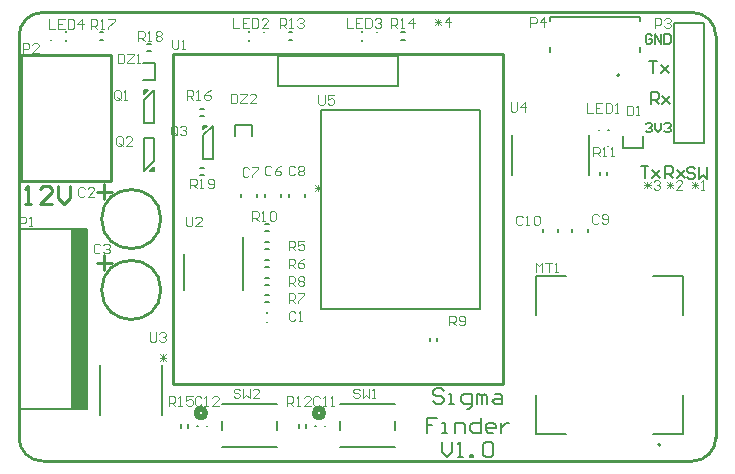
<source format=gto>
G04*
G04 #@! TF.GenerationSoftware,Altium Limited,Altium Designer,23.4.1 (23)*
G04*
G04 Layer_Color=65535*
%FSLAX44Y44*%
%MOMM*%
G71*
G04*
G04 #@! TF.SameCoordinates,B15F27E1-BD37-4E37-B4E4-94D8F929397A*
G04*
G04*
G04 #@! TF.FilePolarity,Positive*
G04*
G01*
G75*
%ADD10C,0.2540*%
%ADD11C,0.2000*%
%ADD12C,0.5080*%
%ADD13C,0.1524*%
%ADD14C,0.2032*%
%ADD15C,0.1270*%
%ADD16C,0.1500*%
%ADD17C,0.1200*%
%ADD18C,0.1800*%
%ADD19R,1.3970X15.2400*%
D10*
X590000Y360000D02*
G03*
X570000Y380000I-20000J0D01*
G01*
X570000Y0D02*
G03*
X590000Y20000I0J20000D01*
G01*
X0D02*
G03*
X20000Y0I20000J0D01*
G01*
Y380000D02*
G03*
X0Y360000I0J-20000D01*
G01*
X120000Y145000D02*
G03*
X120000Y145000I-25000J0D01*
G01*
Y205000D02*
G03*
X120000Y205000I-25000J0D01*
G01*
X20000Y380000D02*
X570000D01*
X0Y20000D02*
Y360000D01*
X20000Y0D02*
X570000D01*
X590000Y20000D02*
Y360000D01*
X65740Y167860D02*
X78490D01*
X72265Y161610D02*
Y174360D01*
X65740Y227860D02*
X78490D01*
X72265Y221610D02*
Y234360D01*
X320000Y345000D02*
X410000D01*
X130000Y65000D02*
X410000Y65000D01*
X130000Y65000D02*
Y345000D01*
Y345000D02*
X320000Y345000D01*
X410000Y65000D02*
Y345000D01*
X1900Y237060D02*
X78100D01*
Y343740D01*
X1900D02*
X78100D01*
X1900Y237060D02*
Y343740D01*
X5040Y217540D02*
X10118D01*
X7579D01*
Y232775D01*
X5040Y230236D01*
X27893Y217540D02*
X17736D01*
X27893Y227697D01*
Y230236D01*
X25353Y232775D01*
X20275D01*
X17736Y230236D01*
X32971Y232775D02*
Y222618D01*
X38049Y217540D01*
X43128Y222618D01*
Y232775D01*
D11*
X508500Y326750D02*
G03*
X508500Y326750I-1000J0D01*
G01*
X543000Y14000D02*
G03*
X543000Y14000I-1000J0D01*
G01*
X554300Y370800D02*
X579700D01*
X554300Y269200D02*
Y370800D01*
X579700Y269200D02*
Y370800D01*
X554300Y269200D02*
X579700D01*
X498000Y242000D02*
Y245000D01*
X492000Y242000D02*
Y245000D01*
X528500Y265000D02*
Y275000D01*
X511500Y265000D02*
X528500D01*
X511500D02*
Y275000D01*
X417499Y241992D02*
Y275799D01*
X482501Y241992D02*
Y275799D01*
X498750Y280000D02*
X499127Y279999D01*
X490873Y280001D02*
X491250Y280000D01*
X498311Y267250D02*
X498689Y267250D01*
X237000Y28500D02*
Y31500D01*
X243000Y28500D02*
Y31500D01*
X158750Y30000D02*
X159127Y29999D01*
X150873Y30001D02*
X151250Y30000D01*
X153500Y242000D02*
X156500D01*
X153500Y248000D02*
X156500D01*
X201750Y223750D02*
Y226250D01*
X188250Y223750D02*
Y226250D01*
X221750Y223750D02*
Y226250D01*
X208250Y223750D02*
Y226250D01*
X241750Y223750D02*
Y226250D01*
X228250Y223750D02*
Y226250D01*
X106000Y246000D02*
Y274000D01*
X114000D01*
Y254000D02*
Y274000D01*
X106000Y246000D02*
X114000Y254000D01*
Y246000D02*
Y249000D01*
X111000Y246000D02*
X114000Y249000D01*
X111000Y246000D02*
X114000D01*
X105000Y323000D02*
X115000D01*
Y337000D01*
X105000D02*
X115000D01*
X108500Y353000D02*
X111500D01*
X108500Y347000D02*
X111500D01*
X219200Y317300D02*
Y342700D01*
Y317300D02*
X320800D01*
X219200Y342700D02*
X320800D01*
Y317300D02*
Y342700D01*
X197000Y275000D02*
Y285000D01*
X183000D02*
X197000D01*
X183000Y275000D02*
Y285000D01*
X195000Y363750D02*
X195001Y364127D01*
X194999Y355873D02*
X195000Y356250D01*
X207750Y363312D02*
X207750Y363689D01*
X228500Y363000D02*
X231500D01*
X228500Y357000D02*
X231500D01*
X290000Y363750D02*
X290001Y364127D01*
X289999Y355873D02*
X290000Y356250D01*
X302750Y363312D02*
X302750Y363689D01*
X323500Y363000D02*
X326500D01*
X323500Y357000D02*
X326500D01*
X354000Y101500D02*
Y104500D01*
X348000Y101500D02*
Y104500D01*
X210000Y125750D02*
X210001Y126127D01*
X209999Y117873D02*
X210000Y118250D01*
X208500Y134500D02*
X211500D01*
X208500Y140500D02*
X211500D01*
X258750Y30000D02*
X259127Y29999D01*
X250873Y30001D02*
X251250Y30000D01*
X208500Y194500D02*
X211500D01*
X208500Y200500D02*
X211500D01*
X208500Y170500D02*
X211500D01*
X208500Y164500D02*
X211500D01*
X208500Y185500D02*
X211500D01*
X208500Y179500D02*
X211500D01*
X208500Y155500D02*
X211500D01*
X208500Y149500D02*
X211500D01*
X143000Y28500D02*
Y31500D01*
X137000Y28500D02*
Y31500D01*
X456750Y193750D02*
Y196250D01*
X443250Y193750D02*
Y196250D01*
X481750Y193750D02*
Y196250D01*
X468250Y193750D02*
Y196250D01*
X156000Y284000D02*
X159000D01*
X156000Y281000D02*
X159000Y284000D01*
X156000Y281000D02*
Y284000D01*
Y276000D02*
X164000Y284000D01*
X156000Y256000D02*
Y276000D01*
Y256000D02*
X164000D01*
Y284000D01*
X68500Y363000D02*
X71500D01*
X68500Y357000D02*
X71500D01*
X27250Y356311D02*
X27250Y356689D01*
X40000Y363750D02*
X40001Y364127D01*
X39999Y355873D02*
X40000Y356250D01*
X106000Y314000D02*
X109000D01*
X106000Y311000D02*
X109000Y314000D01*
X106000Y311000D02*
Y314000D01*
Y306000D02*
X114000Y314000D01*
X106000Y286000D02*
Y306000D01*
Y286000D02*
X114000D01*
Y314000D01*
X153500Y292000D02*
X156500D01*
X153500Y298000D02*
X156500D01*
X359423Y59452D02*
X357257Y61618D01*
X352925D01*
X350759Y59452D01*
Y57286D01*
X352925Y55120D01*
X357257D01*
X359423Y52954D01*
Y50788D01*
X357257Y48622D01*
X352925D01*
X350759Y50788D01*
X363755Y48622D02*
X368087D01*
X365921D01*
Y57286D01*
X363755D01*
X378917Y44290D02*
X381083D01*
X383249Y46456D01*
Y57286D01*
X376751D01*
X374585Y55120D01*
Y50788D01*
X376751Y48622D01*
X383249D01*
X387581D02*
Y57286D01*
X389747D01*
X391913Y55120D01*
Y48622D01*
Y55120D01*
X394079Y57286D01*
X396245Y55120D01*
Y48622D01*
X402743Y57286D02*
X407075D01*
X409241Y55120D01*
Y48622D01*
X402743D01*
X400577Y50788D01*
X402743Y52954D01*
X409241D01*
X354008Y36891D02*
X345345D01*
Y30393D01*
X349677D01*
X345345D01*
Y23895D01*
X358340D02*
X362672D01*
X360506D01*
Y32559D01*
X358340D01*
X369170Y23895D02*
Y32559D01*
X375668D01*
X377834Y30393D01*
Y23895D01*
X390830Y36891D02*
Y23895D01*
X384332D01*
X382166Y26061D01*
Y30393D01*
X384332Y32559D01*
X390830D01*
X401660Y23895D02*
X397328D01*
X395162Y26061D01*
Y30393D01*
X397328Y32559D01*
X401660D01*
X403826Y30393D01*
Y28227D01*
X395162D01*
X408158Y32559D02*
Y23895D01*
Y28227D01*
X410323Y30393D01*
X412490Y32559D01*
X414655D01*
X358340Y16496D02*
Y7832D01*
X362672Y3500D01*
X367004Y7832D01*
Y16496D01*
X371336Y3500D02*
X375668D01*
X373502D01*
Y16496D01*
X371336Y14330D01*
X382166Y3500D02*
Y5666D01*
X384332D01*
Y3500D01*
X382166D01*
X392996Y14330D02*
X395162Y16496D01*
X399494D01*
X401660Y14330D01*
Y5666D01*
X399494Y3500D01*
X395162D01*
X392996Y5666D01*
Y14330D01*
D12*
X257789Y40750D02*
G03*
X257789Y40750I-3810J0D01*
G01*
X157789D02*
G03*
X157789Y40750I-3810J0D01*
G01*
D13*
X255690Y128723D02*
X390310D01*
Y297379D01*
X255690D02*
X390310D01*
X255690Y128723D02*
Y297379D01*
X271759Y11712D02*
X318241D01*
Y26133D02*
Y33867D01*
X271759Y48288D02*
X318241D01*
X271759Y26133D02*
Y33867D01*
X171759Y11712D02*
X218241D01*
Y26133D02*
Y33867D01*
X171759Y48288D02*
X218241D01*
X171759Y26133D02*
Y33867D01*
X68711Y38791D02*
Y81209D01*
X121289Y38791D02*
Y81209D01*
D14*
X600Y43800D02*
Y196200D01*
Y43800D02*
X57750D01*
X600Y196200D02*
X57750D01*
Y43800D02*
Y196200D01*
D15*
X449500Y376250D02*
X525500D01*
Y346750D02*
Y350750D01*
X449500Y346750D02*
Y350750D01*
X525500Y372750D02*
Y375750D01*
X449500Y372750D02*
Y375750D01*
X562500Y23000D02*
Y56000D01*
X537000Y23000D02*
X562500D01*
X437500D02*
X463000D01*
X437500D02*
Y56000D01*
X562500Y124000D02*
Y157000D01*
X537000D02*
X562500D01*
X437500D02*
X463000D01*
X437500Y124000D02*
Y157000D01*
D16*
X189892Y144760D02*
Y190000D01*
X140108Y144760D02*
Y175240D01*
X530500Y285165D02*
X531833Y286497D01*
X534499D01*
X535832Y285165D01*
Y283832D01*
X534499Y282499D01*
X533166D01*
X534499D01*
X535832Y281166D01*
Y279833D01*
X534499Y278500D01*
X531833D01*
X530500Y279833D01*
X538497Y286497D02*
Y281166D01*
X541163Y278500D01*
X543829Y281166D01*
Y286497D01*
X546495Y285165D02*
X547828Y286497D01*
X550494D01*
X551826Y285165D01*
Y283832D01*
X550494Y282499D01*
X549161D01*
X550494D01*
X551826Y281166D01*
Y279833D01*
X550494Y278500D01*
X547828D01*
X546495Y279833D01*
X535832Y360164D02*
X534499Y361497D01*
X531833D01*
X530500Y360164D01*
Y354833D01*
X531833Y353500D01*
X534499D01*
X535832Y354833D01*
Y357499D01*
X533166D01*
X538497Y353500D02*
Y361497D01*
X543829Y353500D01*
Y361497D01*
X546495D02*
Y353500D01*
X550494D01*
X551826Y354833D01*
Y360164D01*
X550494Y361497D01*
X546495D01*
D17*
X253335Y309999D02*
Y303334D01*
X254668Y302001D01*
X257334D01*
X258667Y303334D01*
Y309999D01*
X266665D02*
X261333D01*
Y306000D01*
X263999Y307333D01*
X265332D01*
X266665Y306000D01*
Y303334D01*
X265332Y302001D01*
X262666D01*
X261333Y303334D01*
X250411Y234125D02*
X255743Y228793D01*
X250411D02*
X255743Y234125D01*
X250411Y231459D02*
X255743D01*
X253077Y228793D02*
Y234125D01*
X124778Y90353D02*
X119447Y85021D01*
Y90353D02*
X124778Y85021D01*
X122113Y90353D02*
Y85021D01*
X119447Y87687D02*
X124778D01*
X416335Y303999D02*
Y297334D01*
X417668Y296001D01*
X420334D01*
X421667Y297334D01*
Y303999D01*
X428332Y296001D02*
Y303999D01*
X424333Y300000D01*
X429664D01*
X110836Y108999D02*
Y102334D01*
X112168Y101001D01*
X114834D01*
X116167Y102334D01*
Y108999D01*
X118833Y107666D02*
X120166Y108999D01*
X122832D01*
X124164Y107666D01*
Y106333D01*
X122832Y105000D01*
X121499D01*
X122832D01*
X124164Y103667D01*
Y102334D01*
X122832Y101001D01*
X120166D01*
X118833Y102334D01*
X141335Y206999D02*
Y200334D01*
X142668Y199001D01*
X145334D01*
X146667Y200334D01*
Y206999D01*
X154664Y199001D02*
X149333D01*
X154664Y204333D01*
Y205666D01*
X153332Y206999D01*
X150666D01*
X149333Y205666D01*
X129668Y356999D02*
Y350334D01*
X131001Y349001D01*
X133667D01*
X135000Y350334D01*
Y356999D01*
X137666Y349001D02*
X140332D01*
X138999D01*
Y356999D01*
X137666Y355666D01*
X187168Y60166D02*
X185835Y61499D01*
X183170D01*
X181837Y60166D01*
Y58833D01*
X183170Y57500D01*
X185835D01*
X187168Y56167D01*
Y54834D01*
X185835Y53501D01*
X183170D01*
X181837Y54834D01*
X189834Y61499D02*
Y53501D01*
X192500Y56167D01*
X195166Y53501D01*
Y61499D01*
X203163Y53501D02*
X197832D01*
X203163Y58833D01*
Y60166D01*
X201830Y61499D01*
X199165D01*
X197832Y60166D01*
X288501D02*
X287168Y61499D01*
X284503D01*
X283170Y60166D01*
Y58833D01*
X284503Y57500D01*
X287168D01*
X288501Y56167D01*
Y54834D01*
X287168Y53501D01*
X284503D01*
X283170Y54834D01*
X291167Y61499D02*
Y53501D01*
X293833Y56167D01*
X296499Y53501D01*
Y61499D01*
X299165Y53501D02*
X301830D01*
X300497D01*
Y61499D01*
X299165Y60166D01*
X145003Y231001D02*
Y238999D01*
X149002D01*
X150335Y237666D01*
Y235000D01*
X149002Y233667D01*
X145003D01*
X147669D02*
X150335Y231001D01*
X153001D02*
X155666D01*
X154333D01*
Y238999D01*
X153001Y237666D01*
X159665Y232334D02*
X160998Y231001D01*
X163664D01*
X164997Y232334D01*
Y237666D01*
X163664Y238999D01*
X160998D01*
X159665Y237666D01*
Y236333D01*
X160998Y235000D01*
X164997D01*
X101003Y356001D02*
Y363999D01*
X105002D01*
X106335Y362666D01*
Y360000D01*
X105002Y358667D01*
X101003D01*
X103669D02*
X106335Y356001D01*
X109001D02*
X111666D01*
X110333D01*
Y363999D01*
X109001Y362666D01*
X115665D02*
X116998Y363999D01*
X119664D01*
X120997Y362666D01*
Y361333D01*
X119664Y360000D01*
X120997Y358667D01*
Y357334D01*
X119664Y356001D01*
X116998D01*
X115665Y357334D01*
Y358667D01*
X116998Y360000D01*
X115665Y361333D01*
Y362666D01*
X116998Y360000D02*
X119664D01*
X61003Y366001D02*
Y373999D01*
X65002D01*
X66335Y372666D01*
Y370000D01*
X65002Y368667D01*
X61003D01*
X63669D02*
X66335Y366001D01*
X69001D02*
X71666D01*
X70333D01*
Y373999D01*
X69001Y372666D01*
X75665Y373999D02*
X80997D01*
Y372666D01*
X75665Y367334D01*
Y366001D01*
X142216Y306206D02*
Y314203D01*
X146215D01*
X147548Y312871D01*
Y310205D01*
X146215Y308872D01*
X142216D01*
X144882D02*
X147548Y306206D01*
X150213D02*
X152879D01*
X151546D01*
Y314203D01*
X150213Y312871D01*
X162210Y314203D02*
X159544Y312871D01*
X156878Y310205D01*
Y307539D01*
X158211Y306206D01*
X160877D01*
X162210Y307539D01*
Y308872D01*
X160877Y310205D01*
X156878D01*
X127003Y47001D02*
Y54999D01*
X131002D01*
X132335Y53666D01*
Y51000D01*
X131002Y49667D01*
X127003D01*
X129669D02*
X132335Y47001D01*
X135001D02*
X137666D01*
X136334D01*
Y54999D01*
X135001Y53666D01*
X146997Y54999D02*
X141665D01*
Y51000D01*
X144331Y52333D01*
X145664D01*
X146997Y51000D01*
Y48334D01*
X145664Y47001D01*
X142998D01*
X141665Y48334D01*
X315003Y367001D02*
Y374999D01*
X319002D01*
X320335Y373666D01*
Y371000D01*
X319002Y369667D01*
X315003D01*
X317669D02*
X320335Y367001D01*
X323001D02*
X325666D01*
X324333D01*
Y374999D01*
X323001Y373666D01*
X333664Y367001D02*
Y374999D01*
X329665Y371000D01*
X334997D01*
X221003Y367001D02*
Y374999D01*
X225002D01*
X226335Y373666D01*
Y371000D01*
X225002Y369667D01*
X221003D01*
X223669D02*
X226335Y367001D01*
X229001D02*
X231666D01*
X230334D01*
Y374999D01*
X229001Y373666D01*
X235665D02*
X236998Y374999D01*
X239664D01*
X240997Y373666D01*
Y372333D01*
X239664Y371000D01*
X238331D01*
X239664D01*
X240997Y369667D01*
Y368334D01*
X239664Y367001D01*
X236998D01*
X235665Y368334D01*
X227003Y47001D02*
Y54999D01*
X231002D01*
X232335Y53666D01*
Y51000D01*
X231002Y49667D01*
X227003D01*
X229669D02*
X232335Y47001D01*
X235001D02*
X237666D01*
X236334D01*
Y54999D01*
X235001Y53666D01*
X246997Y47001D02*
X241665D01*
X246997Y52333D01*
Y53666D01*
X245664Y54999D01*
X242998D01*
X241665Y53666D01*
X486336Y258001D02*
Y265999D01*
X490335D01*
X491668Y264666D01*
Y262000D01*
X490335Y260667D01*
X486336D01*
X489002D02*
X491668Y258001D01*
X494334D02*
X496999D01*
X495667D01*
Y265999D01*
X494334Y264666D01*
X500998Y258001D02*
X503664D01*
X502331D01*
Y265999D01*
X500998Y264666D01*
X197503Y203501D02*
Y211499D01*
X201502D01*
X202835Y210166D01*
Y207500D01*
X201502Y206167D01*
X197503D01*
X200169D02*
X202835Y203501D01*
X205501D02*
X208166D01*
X206833D01*
Y211499D01*
X205501Y210166D01*
X212165D02*
X213498Y211499D01*
X216164D01*
X217497Y210166D01*
Y204834D01*
X216164Y203501D01*
X213498D01*
X212165Y204834D01*
Y210166D01*
X364336Y115001D02*
Y122999D01*
X368334D01*
X369667Y121666D01*
Y119000D01*
X368334Y117667D01*
X364336D01*
X367001D02*
X369667Y115001D01*
X372333Y116334D02*
X373666Y115001D01*
X376332D01*
X377664Y116334D01*
Y121666D01*
X376332Y122999D01*
X373666D01*
X372333Y121666D01*
Y120333D01*
X373666Y119000D01*
X377664D01*
X228335Y148501D02*
Y156499D01*
X232334D01*
X233667Y155166D01*
Y152500D01*
X232334Y151167D01*
X228335D01*
X231001D02*
X233667Y148501D01*
X236333Y155166D02*
X237666Y156499D01*
X240332D01*
X241665Y155166D01*
Y153833D01*
X240332Y152500D01*
X241665Y151167D01*
Y149834D01*
X240332Y148501D01*
X237666D01*
X236333Y149834D01*
Y151167D01*
X237666Y152500D01*
X236333Y153833D01*
Y155166D01*
X237666Y152500D02*
X240332D01*
X228335Y134001D02*
Y141999D01*
X232334D01*
X233667Y140666D01*
Y138000D01*
X232334Y136667D01*
X228335D01*
X231001D02*
X233667Y134001D01*
X236333Y141999D02*
X241665D01*
Y140666D01*
X236333Y135334D01*
Y134001D01*
X228335Y163501D02*
Y171499D01*
X232334D01*
X233667Y170166D01*
Y167500D01*
X232334Y166167D01*
X228335D01*
X231001D02*
X233667Y163501D01*
X241665Y171499D02*
X238999Y170166D01*
X236333Y167500D01*
Y164834D01*
X237666Y163501D01*
X240332D01*
X241665Y164834D01*
Y166167D01*
X240332Y167500D01*
X236333D01*
X228335Y178501D02*
Y186499D01*
X232334D01*
X233667Y185166D01*
Y182500D01*
X232334Y181167D01*
X228335D01*
X231001D02*
X233667Y178501D01*
X241665Y186499D02*
X236333D01*
Y182500D01*
X238999Y183833D01*
X240332D01*
X241665Y182500D01*
Y179834D01*
X240332Y178501D01*
X237666D01*
X236333Y179834D01*
X133667Y277334D02*
Y282666D01*
X132334Y283999D01*
X129668D01*
X128336Y282666D01*
Y277334D01*
X129668Y276001D01*
X132334D01*
X131001Y278667D02*
X133667Y276001D01*
X132334D02*
X133667Y277334D01*
X136333Y282666D02*
X137666Y283999D01*
X140332D01*
X141664Y282666D01*
Y281333D01*
X140332Y280000D01*
X138999D01*
X140332D01*
X141664Y278667D01*
Y277334D01*
X140332Y276001D01*
X137666D01*
X136333Y277334D01*
X87667Y268334D02*
Y273666D01*
X86334Y274999D01*
X83668D01*
X82336Y273666D01*
Y268334D01*
X83668Y267001D01*
X86334D01*
X85001Y269667D02*
X87667Y267001D01*
X86334D02*
X87667Y268334D01*
X95665Y267001D02*
X90333D01*
X95665Y272333D01*
Y273666D01*
X94332Y274999D01*
X91666D01*
X90333Y273666D01*
X86000Y307334D02*
Y312666D01*
X84667Y313999D01*
X82001D01*
X80668Y312666D01*
Y307334D01*
X82001Y306001D01*
X84667D01*
X83334Y308667D02*
X86000Y306001D01*
X84667D02*
X86000Y307334D01*
X88666Y306001D02*
X91332D01*
X89999D01*
Y313999D01*
X88666Y312666D01*
X432836Y368001D02*
Y375999D01*
X436834D01*
X438167Y374666D01*
Y372000D01*
X436834Y370667D01*
X432836D01*
X444832Y368001D02*
Y375999D01*
X440833Y372000D01*
X446165D01*
X538335Y367001D02*
Y374999D01*
X542334D01*
X543667Y373666D01*
Y371000D01*
X542334Y369667D01*
X538335D01*
X546333Y373666D02*
X547666Y374999D01*
X550332D01*
X551665Y373666D01*
Y372333D01*
X550332Y371000D01*
X548999D01*
X550332D01*
X551665Y369667D01*
Y368334D01*
X550332Y367001D01*
X547666D01*
X546333Y368334D01*
X3336Y346001D02*
Y353999D01*
X7334D01*
X8667Y352666D01*
Y350000D01*
X7334Y348667D01*
X3336D01*
X16665Y346001D02*
X11333D01*
X16665Y351333D01*
Y352666D01*
X15332Y353999D01*
X12666D01*
X11333Y352666D01*
X668Y199001D02*
Y206999D01*
X4667D01*
X6000Y205666D01*
Y203000D01*
X4667Y201667D01*
X668D01*
X8666Y199001D02*
X11332D01*
X9999D01*
Y206999D01*
X8666Y205666D01*
X437670Y160001D02*
Y167999D01*
X440336Y165333D01*
X443001Y167999D01*
Y160001D01*
X445667Y167999D02*
X450999D01*
X448333D01*
Y160001D01*
X453665D02*
X456330D01*
X454997D01*
Y167999D01*
X453665Y166666D01*
X25338Y373999D02*
Y366001D01*
X30670D01*
X38667Y373999D02*
X33335D01*
Y366001D01*
X38667D01*
X33335Y370000D02*
X36001D01*
X41333Y373999D02*
Y366001D01*
X45332D01*
X46665Y367334D01*
Y372666D01*
X45332Y373999D01*
X41333D01*
X53329Y366001D02*
Y373999D01*
X49330Y370000D01*
X54662D01*
X277338Y374999D02*
Y367001D01*
X282670D01*
X290667Y374999D02*
X285336D01*
Y367001D01*
X290667D01*
X285336Y371000D02*
X288001D01*
X293333Y374999D02*
Y367001D01*
X297332D01*
X298664Y368334D01*
Y373666D01*
X297332Y374999D01*
X293333D01*
X301330Y373666D02*
X302663Y374999D01*
X305329D01*
X306662Y373666D01*
Y372333D01*
X305329Y371000D01*
X303996D01*
X305329D01*
X306662Y369667D01*
Y368334D01*
X305329Y367001D01*
X302663D01*
X301330Y368334D01*
X181338Y374999D02*
Y367001D01*
X186670D01*
X194667Y374999D02*
X189335D01*
Y367001D01*
X194667D01*
X189335Y371000D02*
X192001D01*
X197333Y374999D02*
Y367001D01*
X201332D01*
X202665Y368334D01*
Y373666D01*
X201332Y374999D01*
X197333D01*
X210662Y367001D02*
X205330D01*
X210662Y372333D01*
Y373666D01*
X209329Y374999D01*
X206663D01*
X205330Y373666D01*
X480671Y302999D02*
Y295001D01*
X486003D01*
X494000Y302999D02*
X488668D01*
Y295001D01*
X494000D01*
X488668Y299000D02*
X491334D01*
X496666Y302999D02*
Y295001D01*
X500664D01*
X501997Y296334D01*
Y301666D01*
X500664Y302999D01*
X496666D01*
X504663Y295001D02*
X507329D01*
X505996D01*
Y302999D01*
X504663Y301666D01*
X179337Y310999D02*
Y303001D01*
X183335D01*
X184668Y304334D01*
Y309666D01*
X183335Y310999D01*
X179337D01*
X187334D02*
X192666D01*
Y309666D01*
X187334Y304334D01*
Y303001D01*
X192666D01*
X200663D02*
X195332D01*
X200663Y308333D01*
Y309666D01*
X199330Y310999D01*
X196665D01*
X195332Y309666D01*
X83670Y344999D02*
Y337001D01*
X87668D01*
X89001Y338334D01*
Y343666D01*
X87668Y344999D01*
X83670D01*
X91667D02*
X96999D01*
Y343666D01*
X91667Y338334D01*
Y337001D01*
X96999D01*
X99664D02*
X102330D01*
X100997D01*
Y344999D01*
X99664Y343666D01*
X514668Y300999D02*
Y293001D01*
X518667D01*
X520000Y294334D01*
Y299666D01*
X518667Y300999D01*
X514668D01*
X522666Y293001D02*
X525332D01*
X523999D01*
Y300999D01*
X522666Y299666D01*
X154335Y53666D02*
X153002Y54999D01*
X150336D01*
X149003Y53666D01*
Y48334D01*
X150336Y47001D01*
X153002D01*
X154335Y48334D01*
X157001Y47001D02*
X159666D01*
X158334D01*
Y54999D01*
X157001Y53666D01*
X168997Y47001D02*
X163665D01*
X168997Y52333D01*
Y53666D01*
X167664Y54999D01*
X164998D01*
X163665Y53666D01*
X254668D02*
X253335Y54999D01*
X250669D01*
X249336Y53666D01*
Y48334D01*
X250669Y47001D01*
X253335D01*
X254668Y48334D01*
X257334Y47001D02*
X259999D01*
X258666D01*
Y54999D01*
X257334Y53666D01*
X263998Y47001D02*
X266664D01*
X265331D01*
Y54999D01*
X263998Y53666D01*
X426335Y206666D02*
X425002Y207999D01*
X422336D01*
X421003Y206666D01*
Y201334D01*
X422336Y200001D01*
X425002D01*
X426335Y201334D01*
X429001Y200001D02*
X431666D01*
X430334D01*
Y207999D01*
X429001Y206666D01*
X435665D02*
X436998Y207999D01*
X439664D01*
X440997Y206666D01*
Y201334D01*
X439664Y200001D01*
X436998D01*
X435665Y201334D01*
Y206666D01*
X490667Y207666D02*
X489334Y208999D01*
X486668D01*
X485336Y207666D01*
Y202334D01*
X486668Y201001D01*
X489334D01*
X490667Y202334D01*
X493333D02*
X494666Y201001D01*
X497332D01*
X498665Y202334D01*
Y207666D01*
X497332Y208999D01*
X494666D01*
X493333Y207666D01*
Y206333D01*
X494666Y205000D01*
X498665D01*
X233667Y248666D02*
X232334Y249999D01*
X229668D01*
X228335Y248666D01*
Y243334D01*
X229668Y242001D01*
X232334D01*
X233667Y243334D01*
X236333Y248666D02*
X237666Y249999D01*
X240332D01*
X241665Y248666D01*
Y247333D01*
X240332Y246000D01*
X241665Y244667D01*
Y243334D01*
X240332Y242001D01*
X237666D01*
X236333Y243334D01*
Y244667D01*
X237666Y246000D01*
X236333Y247333D01*
Y248666D01*
X237666Y246000D02*
X240332D01*
X194667Y247666D02*
X193334Y248999D01*
X190668D01*
X189335Y247666D01*
Y242334D01*
X190668Y241001D01*
X193334D01*
X194667Y242334D01*
X197333Y248999D02*
X202665D01*
Y247666D01*
X197333Y242334D01*
Y241001D01*
X213667Y248666D02*
X212334Y249999D01*
X209668D01*
X208335Y248666D01*
Y243334D01*
X209668Y242001D01*
X212334D01*
X213667Y243334D01*
X221665Y249999D02*
X218999Y248666D01*
X216333Y246000D01*
Y243334D01*
X217666Y242001D01*
X220332D01*
X221665Y243334D01*
Y244667D01*
X220332Y246000D01*
X216333D01*
X68667Y182666D02*
X67334Y183999D01*
X64668D01*
X63335Y182666D01*
Y177334D01*
X64668Y176001D01*
X67334D01*
X68667Y177334D01*
X71333Y182666D02*
X72666Y183999D01*
X75332D01*
X76665Y182666D01*
Y181333D01*
X75332Y180000D01*
X73999D01*
X75332D01*
X76665Y178667D01*
Y177334D01*
X75332Y176001D01*
X72666D01*
X71333Y177334D01*
X55667Y230666D02*
X54334Y231999D01*
X51668D01*
X50335Y230666D01*
Y225334D01*
X51668Y224001D01*
X54334D01*
X55667Y225334D01*
X63664Y224001D02*
X58333D01*
X63664Y229333D01*
Y230666D01*
X62332Y231999D01*
X59666D01*
X58333Y230666D01*
X234000Y125666D02*
X232667Y126999D01*
X230001D01*
X228668Y125666D01*
Y120334D01*
X230001Y119001D01*
X232667D01*
X234000Y120334D01*
X236666Y119001D02*
X239332D01*
X237999D01*
Y126999D01*
X236666Y125666D01*
X352336Y374666D02*
X357667Y369334D01*
X352336D02*
X357667Y374666D01*
X352336Y372000D02*
X357667D01*
X355001Y369334D02*
Y374666D01*
X364332Y368001D02*
Y375999D01*
X360333Y372000D01*
X365664D01*
X529336Y236666D02*
X534667Y231334D01*
X529336D02*
X534667Y236666D01*
X529336Y234000D02*
X534667D01*
X532001Y231334D02*
Y236666D01*
X537333D02*
X538666Y237999D01*
X541332D01*
X542664Y236666D01*
Y235333D01*
X541332Y234000D01*
X539999D01*
X541332D01*
X542664Y232667D01*
Y231334D01*
X541332Y230001D01*
X538666D01*
X537333Y231334D01*
X548335Y236666D02*
X553667Y231334D01*
X548335D02*
X553667Y236666D01*
X548335Y234000D02*
X553667D01*
X551001Y231334D02*
Y236666D01*
X561665Y230001D02*
X556333D01*
X561665Y235333D01*
Y236666D01*
X560332Y237999D01*
X557666D01*
X556333Y236666D01*
X569668D02*
X575000Y231334D01*
X569668D02*
X575000Y236666D01*
X569668Y234000D02*
X575000D01*
X572334Y231334D02*
Y236666D01*
X577666Y230001D02*
X580332D01*
X578999D01*
Y237999D01*
X577666Y236666D01*
D18*
X572464Y247131D02*
X570798Y248797D01*
X567466D01*
X565800Y247131D01*
Y245464D01*
X567466Y243798D01*
X570798D01*
X572464Y242132D01*
Y240466D01*
X570798Y238800D01*
X567466D01*
X565800Y240466D01*
X575797Y248797D02*
Y238800D01*
X579129Y242132D01*
X582461Y238800D01*
Y248797D01*
X526302Y250096D02*
X532966D01*
X529634D01*
Y240099D01*
X536299Y246763D02*
X542963Y240099D01*
X539631Y243431D01*
X542963Y246763D01*
X536299Y240099D01*
X546800Y239800D02*
Y249797D01*
X551798D01*
X553465Y248131D01*
Y244798D01*
X551798Y243132D01*
X546800D01*
X550132D02*
X553465Y239800D01*
X556797Y246465D02*
X563461Y239800D01*
X560129Y243132D01*
X563461Y246465D01*
X556797Y239800D01*
X534800Y302800D02*
Y312797D01*
X539798D01*
X541465Y311131D01*
Y307798D01*
X539798Y306132D01*
X534800D01*
X538132D02*
X541465Y302800D01*
X544797Y309464D02*
X551461Y302800D01*
X548129Y306132D01*
X551461Y309464D01*
X544797Y302800D01*
X533800Y338797D02*
X540465D01*
X537132D01*
Y328800D01*
X543797Y335465D02*
X550461Y328800D01*
X547129Y332132D01*
X550461Y335465D01*
X543797Y328800D01*
D19*
X50766Y120001D02*
D03*
M02*

</source>
